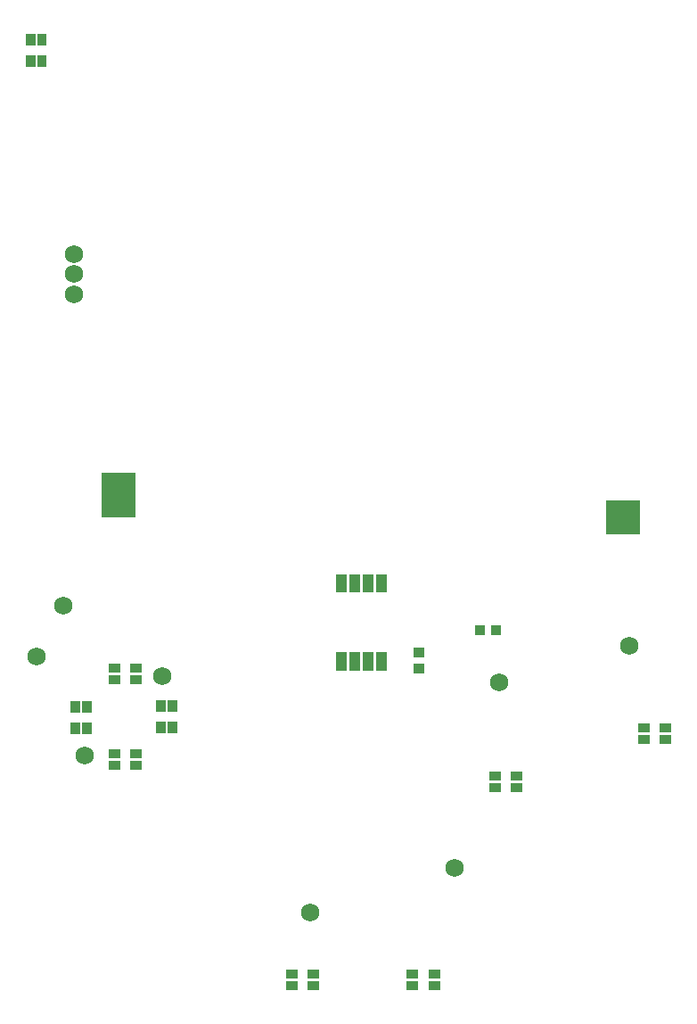
<source format=gts>
G04 Layer: TopSolderMaskLayer*
G04 EasyEDA v6.4.25, 2021-09-17T16:21:59--7:00*
G04 8dbd8d05a4bf401dbff3891acb08e7ed,1286d1f709c949e68cfeef46812bcf49,10*
G04 Gerber Generator version 0.2*
G04 Scale: 100 percent, Rotated: No, Reflected: No *
G04 Dimensions in millimeters *
G04 leading zeros omitted , absolute positions ,4 integer and 5 decimal *
%FSLAX45Y45*%
%MOMM*%

%ADD26C,1.7272*%

%LPD*%
D26*
G01*
X6007100Y7175500D03*
G01*
X6007100Y6985000D03*
G01*
X6007100Y6794500D03*
G36*
X9235440Y3344671D02*
G01*
X9235440Y3435350D01*
X9331959Y3435350D01*
X9331959Y3344671D01*
G37*
G36*
X9235440Y3194050D02*
G01*
X9235440Y3284728D01*
X9331959Y3284728D01*
X9331959Y3194050D01*
G37*
G36*
X11571224Y2519934D02*
G01*
X11571224Y2610357D01*
X11681459Y2610357D01*
X11681459Y2519934D01*
G37*
G36*
X11571224Y2629915D02*
G01*
X11571224Y2720339D01*
X11681459Y2720339D01*
X11681459Y2629915D01*
G37*
G36*
X11367261Y2629915D02*
G01*
X11367261Y2720339D01*
X11477497Y2720339D01*
X11477497Y2629915D01*
G37*
G36*
X11367261Y2519934D02*
G01*
X11367261Y2610357D01*
X11477497Y2610357D01*
X11477497Y2519934D01*
G37*
G36*
X9952736Y2174747D02*
G01*
X9952736Y2265171D01*
X10063225Y2265171D01*
X10063225Y2174747D01*
G37*
G36*
X10156697Y2064765D02*
G01*
X10156697Y2155189D01*
X10267188Y2155189D01*
X10267188Y2064765D01*
G37*
G36*
X10156697Y2174747D02*
G01*
X10156697Y2265171D01*
X10267188Y2265171D01*
X10267188Y2174747D01*
G37*
G36*
X9952736Y2064765D02*
G01*
X9952736Y2155189D01*
X10063225Y2155189D01*
X10063225Y2064765D01*
G37*
G36*
X9168891Y292862D02*
G01*
X9168891Y383031D01*
X9279127Y383031D01*
X9279127Y292862D01*
G37*
G36*
X9168891Y182879D02*
G01*
X9168891Y273050D01*
X9279127Y273050D01*
X9279127Y182879D01*
G37*
G36*
X9372854Y182879D02*
G01*
X9372854Y273050D01*
X9483090Y273050D01*
X9483090Y182879D01*
G37*
G36*
X9372854Y292862D02*
G01*
X9372854Y383031D01*
X9483090Y383031D01*
X9483090Y292862D01*
G37*
G36*
X8022843Y292862D02*
G01*
X8022843Y383031D01*
X8133079Y383031D01*
X8133079Y292862D01*
G37*
G36*
X8022843Y182879D02*
G01*
X8022843Y273050D01*
X8133079Y273050D01*
X8133079Y182879D01*
G37*
G36*
X8226806Y182879D02*
G01*
X8226806Y273050D01*
X8337041Y273050D01*
X8337041Y182879D01*
G37*
G36*
X8226806Y292862D02*
G01*
X8226806Y383031D01*
X8337041Y383031D01*
X8337041Y292862D01*
G37*
G36*
X6789927Y2624836D02*
G01*
X6789927Y2735071D01*
X6880097Y2735071D01*
X6880097Y2624836D01*
G37*
G36*
X6899909Y2624836D02*
G01*
X6899909Y2735071D01*
X6990079Y2735071D01*
X6990079Y2624836D01*
G37*
G36*
X6899909Y2828797D02*
G01*
X6899909Y2939034D01*
X6990079Y2939034D01*
X6990079Y2828797D01*
G37*
G36*
X6789927Y2828797D02*
G01*
X6789927Y2939034D01*
X6880097Y2939034D01*
X6880097Y2828797D01*
G37*
G36*
X6333743Y2385821D02*
G01*
X6333743Y2476245D01*
X6444234Y2476245D01*
X6444234Y2385821D01*
G37*
G36*
X6333743Y2275839D02*
G01*
X6333743Y2366263D01*
X6444234Y2366263D01*
X6444234Y2275839D01*
G37*
G36*
X6537706Y2275839D02*
G01*
X6537706Y2366263D01*
X6648195Y2366263D01*
X6648195Y2275839D01*
G37*
G36*
X6537706Y2385821D02*
G01*
X6537706Y2476245D01*
X6648195Y2476245D01*
X6648195Y2385821D01*
G37*
G36*
X6083808Y2821939D02*
G01*
X6083808Y2932176D01*
X6174231Y2932176D01*
X6174231Y2821939D01*
G37*
G36*
X5973825Y2821939D02*
G01*
X5973825Y2932176D01*
X6064250Y2932176D01*
X6064250Y2821939D01*
G37*
G36*
X5973825Y2617723D02*
G01*
X5973825Y2728213D01*
X6064250Y2728213D01*
X6064250Y2617723D01*
G37*
G36*
X6083808Y2617723D02*
G01*
X6083808Y2728213D01*
X6174231Y2728213D01*
X6174231Y2617723D01*
G37*
G36*
X6540754Y3087878D02*
G01*
X6540754Y3178047D01*
X6651243Y3178047D01*
X6651243Y3087878D01*
G37*
G36*
X6540754Y3197860D02*
G01*
X6540754Y3288029D01*
X6651243Y3288029D01*
X6651243Y3197860D01*
G37*
G36*
X6336791Y3197860D02*
G01*
X6336791Y3288029D01*
X6447027Y3288029D01*
X6447027Y3197860D01*
G37*
G36*
X6336791Y3087878D02*
G01*
X6336791Y3178047D01*
X6447027Y3178047D01*
X6447027Y3087878D01*
G37*
G36*
X5658358Y9155176D02*
G01*
X5658358Y9265412D01*
X5748781Y9265412D01*
X5748781Y9155176D01*
G37*
G36*
X5548375Y9155176D02*
G01*
X5548375Y9265412D01*
X5638800Y9265412D01*
X5638800Y9155176D01*
G37*
G36*
X5548375Y8951213D02*
G01*
X5548375Y9061450D01*
X5638800Y9061450D01*
X5638800Y8951213D01*
G37*
G36*
X5658358Y8951213D02*
G01*
X5658358Y9061450D01*
X5748781Y9061450D01*
X5748781Y8951213D01*
G37*
G36*
X9971024Y3557015D02*
G01*
X9971024Y3653536D01*
X10061956Y3653536D01*
X10061956Y3557015D01*
G37*
G36*
X9820402Y3557015D02*
G01*
X9820402Y3653536D01*
X9911334Y3653536D01*
X9911334Y3557015D01*
G37*
G36*
X8878315Y3960876D02*
G01*
X8878315Y4133595D01*
X8974836Y4133595D01*
X8974836Y3960876D01*
G37*
G36*
X8751315Y3960876D02*
G01*
X8751315Y4133595D01*
X8847836Y4133595D01*
X8847836Y3960876D01*
G37*
G36*
X8624315Y3960876D02*
G01*
X8624315Y4133595D01*
X8720836Y4133595D01*
X8720836Y3960876D01*
G37*
G36*
X8497315Y3960876D02*
G01*
X8497315Y4133595D01*
X8593836Y4133595D01*
X8593836Y3960876D01*
G37*
G36*
X8497315Y3219957D02*
G01*
X8497315Y3392678D01*
X8593836Y3392678D01*
X8593836Y3219957D01*
G37*
G36*
X8624315Y3219957D02*
G01*
X8624315Y3392678D01*
X8720836Y3392678D01*
X8720836Y3219957D01*
G37*
G36*
X8751315Y3219957D02*
G01*
X8751315Y3392678D01*
X8847836Y3392678D01*
X8847836Y3219957D01*
G37*
G36*
X8878315Y3219957D02*
G01*
X8878315Y3392678D01*
X8974836Y3392678D01*
X8974836Y3219957D01*
G37*
G01*
X8252053Y927201D03*
G01*
X9626295Y1343456D03*
G01*
X10042245Y3105505D03*
G01*
X11281181Y3458286D03*
G01*
X6112662Y2412187D03*
G01*
X6844182Y3166567D03*
G01*
X5652922Y3357067D03*
G01*
X5904382Y3837127D03*
G36*
X11063731Y4515865D02*
G01*
X11063731Y4836160D01*
X11384025Y4836160D01*
X11384025Y4515865D01*
G37*
G36*
X6268720Y4676902D02*
G01*
X6268720Y5097271D01*
X6589268Y5097271D01*
X6589268Y4676902D01*
G37*
M02*

</source>
